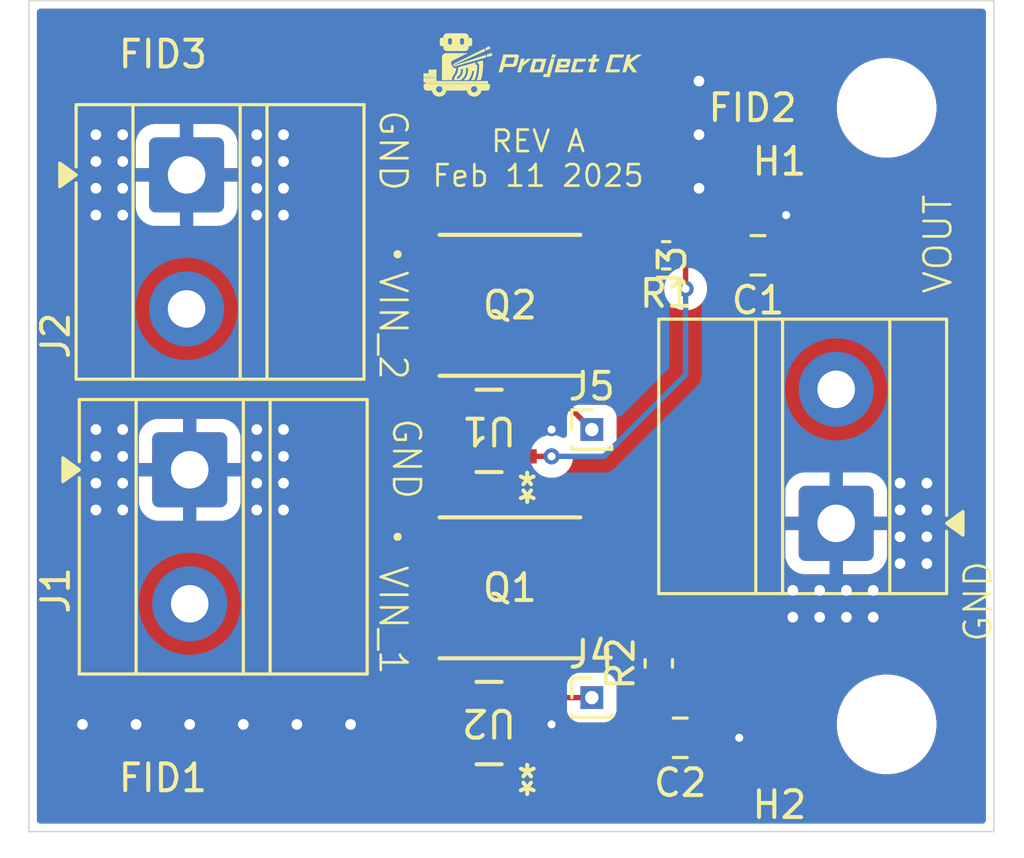
<source format=kicad_pcb>
(kicad_pcb (version 20241229) (generator "pcbnew") (generator_version "9.0")
  (title_block (title "High side or ing power selection") (date "2026-02-11") (rev "A"))
  (layers (0 "F.Cu" signal) (4 "In1.Cu" signal) (6 "In2.Cu" signal) (2 "B.Cu" signal) (13 "F.Paste" user) (15 "B.Paste" user) (5 "F.SilkS" user "F.Silkscreen") (7 "B.SilkS" user "B.Silkscreen") (1 "F.Mask" user) (3 "B.Mask" user) (25 "Edge.Cuts" user))
  (net 0 "")
  (net 1 "GND")
  (net 2 "Net-(J4-Pin_1)")
  (net 3 "Net-(J5-Pin_1)")
  (net 4 "/VIN_1")
  (net 5 "/VIN_2")
  (net 6 "/VOUT")
  (net 7 "/GATE_1")
  (net 8 "/GATE_2")
  (net 9 "Net-(U1-VS)")
  (net 10 "Net-(U2-VS)")
  (footprint "Connector_PinHeader_1.00mm:PinHeader_1x01_P1.00mm_Vertical" (layer "F.Cu") (at 195 83)
    (property "Reference" "J5" (at 0 -1.61 0) (layer "F.SilkS"))
    (property "Value" "Conn_01x01_Pin")
    (pad "1" thru_hole rect (at 0 0) (size 0.85 0.85) (drill 0.5) (layers "*.Cu" "*.Mask") (net 3 "Net-(J5-Pin_1)"))
  )
  (footprint "Capacitor_SMD:C_0603_1608Metric" (layer "F.Cu") (at 197.5 91.725 90)
    (property "Reference" "R2" (at 0 -1.43 90) (layer "F.SilkS"))
    (property "Value" "100Ω")
    (pad "1" smd roundrect (at -0.775 0 90) (size 0.9 0.95) (layers "F.Cu" "F.Mask" "F.Paste") (net 10 "Net-(U2-VS)"))
    (pad "2" smd roundrect (at 0.775 0 90) (size 0.9 0.95) (layers "F.Cu" "F.Mask" "F.Paste") (net 6 "/VOUT"))
  )
  (footprint "Fiducial:Fiducial_0.5mm_Mask1.5mm" (layer "F.Cu") (at 201 69)
    (property "Reference" "FID2" (at 0 2 0) (layer "F.SilkS"))
    (property "Value" "Fiducial")
    (pad "" smd circle (at 0 0) (size 0.5 0.5) (layers "F.Cu" "F.Mask") (clearance 0.6))
  )
  (footprint "TerminalBlock_MetzConnect:TerminalBlock_MetzConnect_Type011_RT05502HBLC_1x02_P5.00mm_Horizontal" (layer "F.Cu") (at 180 84.5 -90)
    (property "Reference" "J1" (at 4.5 5 90) (layer "F.SilkS"))
    (property "Value" "Conn_01x02_Pin")
    (pad "1" thru_hole roundrect (at 0 0 270) (size 2.8 2.8) (drill 1.4) (layers "*.Cu" "*.Mask") (roundrect_rratio 0.089286) (net 1 "GND"))
    (pad "2" thru_hole circle (at 5 0 270) (size 2.8 2.8) (drill 1.4) (layers "*.Cu" "*.Mask") (net 4 "/VIN_1"))
  )
  (footprint "TerminalBlock_MetzConnect:TerminalBlock_MetzConnect_Type011_RT05502HBLC_1x02_P5.00mm_Horizontal" (layer "F.Cu") (at 179.8825 73.5 -90)
    (property "Reference" "J2" (at 6 4.8825 90) (layer "F.SilkS"))
    (property "Value" "Conn_01x02_Pin")
    (pad "1" thru_hole roundrect (at 0 0 270) (size 2.8 2.8) (drill 1.4) (layers "*.Cu" "*.Mask") (roundrect_rratio 0.089286) (net 1 "GND"))
    (pad "2" thru_hole circle (at 5 0 270) (size 2.8 2.8) (drill 1.4) (layers "*.Cu" "*.Mask") (net 5 "/VIN_2"))
  )
  (footprint "Fiducial:Fiducial_0.5mm_Mask1.5mm" (layer "F.Cu") (at 176 69)
    (property "Reference" "FID3" (at 3 0 0) (layer "F.SilkS"))
    (property "Value" "Fiducial")
    (pad "" smd circle (at 0 0) (size 0.5 0.5) (layers "F.Cu" "F.Mask") (clearance 0.6))
  )
  (footprint "MountingHole:MountingHole_3.2mm_M3" (layer "F.Cu") (at 206 94)
    (property "Reference" "H2" (at -4 3 0) (layer "F.SilkS"))
    (property "Value" "MountingHole")
    (pad "" np_thru_hole circle (at 0 0) (size 3.2 3.2) (drill 3.2) (layers "*.Cu" "*.Mask"))
  )
  (footprint "Or ing_footprint:SOP Advance_TOS" (layer "F.Cu") (at 191.9464 88.905)
    (property "Reference" "Q1" (at 0 0 0) (layer "F.SilkS"))
    (property "Value" "TPH2R608NH_L1Q kicad")
    (pad "1" smd rect (at -2.9464 -1.905) (size 1.016 0.4572) (layers "F.Cu" "F.Mask" "F.Paste") (net 4 "/VIN_1"))
    (pad "2" smd rect (at -2.9464 -0.635) (size 1.016 0.4572) (layers "F.Cu" "F.Mask" "F.Paste") (net 4 "/VIN_1"))
    (pad "3" smd rect (at -2.9464 0.635) (size 1.016 0.4572) (layers "F.Cu" "F.Mask" "F.Paste") (net 4 "/VIN_1"))
    (pad "4" smd rect (at -2.9464 1.905) (size 1.016 0.4572) (layers "F.Cu" "F.Mask" "F.Paste") (net 7 "/GATE_1"))
    (pad "5" smd rect (at 2.9464 1.905) (size 1.016 0.4572) (layers "F.Cu" "F.Mask" "F.Paste") (net 6 "/VOUT"))
    (pad "6" smd roundrect (at 0.62375 -0.0175) (size 3.1525 4.035) (layers "F.Cu" "F.Mask" "F.Paste") (roundrect_rratio 0.15) (net 6 "/VOUT"))
    (pad "6" smd rect (at 2.9464 0.635) (size 1.016 0.4572) (layers "F.Cu" "F.Mask" "F.Paste") (net 6 "/VOUT"))
    (pad "7" smd rect (at 2.9464 -0.635) (size 1.016 0.4572) (layers "F.Cu" "F.Mask" "F.Paste") (net 6 "/VOUT"))
    (pad "8" smd rect (at 2.9464 -1.905) (size 1.016 0.4572) (layers "F.Cu" "F.Mask" "F.Paste") (net 6 "/VOUT"))
  )
  (footprint "Capacitor_SMD:C_0805_2012Metric" (layer "F.Cu") (at 198.3 94.5 180)
    (property "Reference" "C2" (at 0 -1.68 0) (layer "F.SilkS"))
    (property "Value" "100nF")
    (pad "1" smd roundrect (at -0.95 0 180) (size 1 1.45) (layers "F.Cu" "F.Mask" "F.Paste") (net 1 "GND"))
    (pad "2" smd roundrect (at 0.95 0 180) (size 1 1.45) (layers "F.Cu" "F.Mask" "F.Paste") (net 10 "Net-(U2-VS)"))
  )
  (footprint "Connector_PinHeader_1.00mm:PinHeader_1x01_P1.00mm_Vertical" (layer "F.Cu") (at 195 93)
    (property "Reference" "J4" (at 0 -1.61 0) (layer "F.SilkS"))
    (property "Value" "Conn_01x01_Pin")
    (pad "1" thru_hole rect (at 0 0) (size 0.85 0.85) (drill 0.5) (layers "*.Cu" "*.Mask") (net 2 "Net-(J4-Pin_1)"))
  )
  (footprint "Or ing_footprint:MK06A" (layer "F.Cu") (at 191.1684 93.950001 180)
    (property "Reference" "U2" (at 0 0 180) (layer "F.SilkS"))
    (property "Value" "LM5050MKX-1/NOPB")
    (fp_text user "*" (at -1.4224 -2.1057 180) (layer "F.SilkS"))
    (fp_text user "*" (at -1.4224 -2.1057 180) (layer "F.SilkS"))
    (pad "1" smd rect (at -1.1684 -0.950001 180) (size 1.2192 0.5334) (layers "F.Cu" "F.Mask" "F.Paste") (net 10 "Net-(U2-VS)"))
    (pad "2" smd rect (at -1.1684 0 180) (size 1.2192 0.5334) (layers "F.Cu" "F.Mask" "F.Paste") (net 1 "GND"))
    (pad "3" smd rect (at -1.1684 0.950001 180) (size 1.2192 0.5334) (layers "F.Cu" "F.Mask" "F.Paste") (net 2 "Net-(J4-Pin_1)"))
    (pad "4" smd rect (at 1.1684 0.950001 180) (size 1.2192 0.5334) (layers "F.Cu" "F.Mask" "F.Paste") (net 4 "/VIN_1"))
    (pad "5" smd rect (at 1.1684 0 180) (size 1.2192 0.5334) (layers "F.Cu" "F.Mask" "F.Paste") (net 7 "/GATE_1"))
    (pad "6" smd rect (at 1.1684 -0.950001 180) (size 1.2192 0.5334) (layers "F.Cu" "F.Mask" "F.Paste") (net 6 "/VOUT"))
  )
  (footprint "Capacitor_SMD:C_0805_2012Metric" (layer "F.Cu") (at 201.2 76.5 180)
    (property "Reference" "C1" (at 0 -1.68 0) (layer "F.SilkS"))
    (property "Value" "100nF")
    (pad "1" smd roundrect (at -0.95 0 180) (size 1 1.45) (layers "F.Cu" "F.Mask" "F.Paste") (net 1 "GND"))
    (pad "2" smd roundrect (at 0.95 0 180) (size 1 1.45) (layers "F.Cu" "F.Mask" "F.Paste") (net 9 "Net-(U1-VS)"))
  )
  (footprint "Fiducial:Fiducial_0.5mm_Mask1.5mm" (layer "F.Cu") (at 176 96)
    (property "Reference" "FID1" (at 3 0 0) (layer "F.SilkS"))
    (property "Value" "Fiducial")
    (pad "" smd circle (at 0 0) (size 0.5 0.5) (layers "F.Cu" "F.Mask") (clearance 0.6))
  )
  (footprint "TerminalBlock_MetzConnect:TerminalBlock_MetzConnect_Type011_RT05502HBLC_1x02_P5.00mm_Horizontal" (layer "F.Cu") (at 204.1175 86.5 90)
    (property "Reference" "J3" (at 9.5 -6.1175 90) (layer "F.SilkS"))
    (property "Value" "Conn_01x02_Pin")
    (pad "1" thru_hole roundrect (at 0 0 90) (size 2.8 2.8) (drill 1.4) (layers "*.Cu" "*.Mask") (roundrect_rratio 0.089286) (net 1 "GND"))
    (pad "2" thru_hole circle (at 5 0 90) (size 2.8 2.8) (drill 1.4) (layers "*.Cu" "*.Mask") (net 6 "/VOUT"))
  )
  (footprint "MountingHole:MountingHole_3.2mm_M3" (layer "F.Cu") (at 206 71)
    (property "Reference" "H1" (at -4 2 0) (layer "F.SilkS"))
    (property "Value" "MountingHole")
    (pad "" np_thru_hole circle (at 0 0) (size 3.2 3.2) (drill 3.2) (layers "*.Cu" "*.Mask"))
  )
  (footprint "Capacitor_SMD:C_0603_1608Metric" (layer "F.Cu") (at 197.775 76.5 180)
    (property "Reference" "R1" (at 0 -1.43 0) (layer "F.SilkS"))
    (property "Value" "100Ω")
    (pad "1" smd roundrect (at -0.775 0 180) (size 0.9 0.95) (layers "F.Cu" "F.Mask" "F.Paste") (net 9 "Net-(U1-VS)"))
    (pad "2" smd roundrect (at 0.775 0 180) (size 0.9 0.95) (layers "F.Cu" "F.Mask" "F.Paste") (net 6 "/VOUT"))
  )
  (footprint "LOGO" (layer "F.Cu") (at 192.7285 68.945364)
    (property "Reference" "G***" (hide yes))
    (property "Value" "LOGO" (hide yes))
  )
  (footprint "Or ing_footprint:SOP Advance_TOS" (layer "F.Cu") (at 191.9464 78.365)
    (property "Reference" "Q2" (at 0 0 0) (layer "F.SilkS"))
    (property "Value" "TPH2R608NH_L1Q kicad")
    (pad "1" smd rect (at -2.9464 -1.905) (size 1.016 0.4572) (layers "F.Cu" "F.Mask" "F.Paste") (net 5 "/VIN_2"))
    (pad "2" smd rect (at -2.9464 -0.635) (size 1.016 0.4572) (layers "F.Cu" "F.Mask" "F.Paste") (net 5 "/VIN_2"))
    (pad "3" smd rect (at -2.9464 0.635) (size 1.016 0.4572) (layers "F.Cu" "F.Mask" "F.Paste") (net 5 "/VIN_2"))
    (pad "4" smd rect (at -2.9464 1.905) (size 1.016 0.4572) (layers "F.Cu" "F.Mask" "F.Paste") (net 8 "/GATE_2"))
    (pad "5" smd rect (at 2.9464 1.905) (size 1.016 0.4572) (layers "F.Cu" "F.Mask" "F.Paste") (net 6 "/VOUT"))
    (pad "6" smd roundrect (at 0.62375 -0.0175) (size 3.1525 4.035) (layers "F.Cu" "F.Mask" "F.Paste") (roundrect_rratio 0.15) (net 6 "/VOUT"))
    (pad "6" smd rect (at 2.9464 0.635) (size 1.016 0.4572) (layers "F.Cu" "F.Mask" "F.Paste") (net 6 "/VOUT"))
    (pad "7" smd rect (at 2.9464 -0.635) (size 1.016 0.4572) (layers "F.Cu" "F.Mask" "F.Paste") (net 6 "/VOUT"))
    (pad "8" smd rect (at 2.9464 -1.905) (size 1.016 0.4572) (layers "F.Cu" "F.Mask" "F.Paste") (net 6 "/VOUT"))
  )
  (footprint "Or ing_footprint:MK06A" (layer "F.Cu") (at 191.1684 83.049999 180)
    (property "Reference" "U1" (at 0 0 180) (layer "F.SilkS"))
    (property "Value" "LM5050MKX-1/NOPB")
    (fp_text user "*" (at -1.4224 -2.1057 180) (layer "F.SilkS"))
    (fp_text user "*" (at -1.4224 -2.1057 180) (layer "F.SilkS"))
    (pad "1" smd rect (at -1.1684 -0.950001 180) (size 1.2192 0.5334) (layers "F.Cu" "F.Mask" "F.Paste") (net 9 "Net-(U1-VS)"))
    (pad "2" smd rect (at -1.1684 0 180) (size 1.2192 0.5334) (layers "F.Cu" "F.Mask" "F.Paste") (net 1 "GND"))
    (pad "3" smd rect (at -1.1684 0.950001 180) (size 1.2192 0.5334) (layers "F.Cu" "F.Mask" "F.Paste") (net 3 "Net-(J5-Pin_1)"))
    (pad "4" smd rect (at 1.1684 0.950001 180) (size 1.2192 0.5334) (layers "F.Cu" "F.Mask" "F.Paste") (net 5 "/VIN_2"))
    (pad "5" smd rect (at 1.1684 0 180) (size 1.2192 0.5334) (layers "F.Cu" "F.Mask" "F.Paste") (net 8 "/GATE_2"))
    (pad "6" smd rect (at 1.1684 -0.950001 180) (size 1.2192 0.5334) (layers "F.Cu" "F.Mask" "F.Paste") (net 6 "/VOUT"))
  )
  (gr_line (start 174 98) (end 174 67) (stroke (width 0.05)) (layer "Edge.Cuts"))
  (gr_line (start 210 67) (end 210 98) (stroke (width 0.05)) (layer "Edge.Cuts"))
  (gr_line (start 210 98) (end 174 98) (stroke (width 0.05)) (layer "Edge.Cuts"))
  (gr_line (start 174 67) (end 210 67) (stroke (width 0.05)) (layer "Edge.Cuts"))
  (gr_text "GND" (at 187 71 270) (layer "F.SilkS") (effects (font (size 1 1) (thickness 0.1)) (justify left bottom)))
  (gr_text "VOUT" (at 208.5 78 90) (layer "F.SilkS") (effects (font (size 1 1) (thickness 0.1)) (justify left bottom)))
  (gr_text "VIN_2" (at 187 77 270) (layer "F.SilkS") (effects (font (size 1 1) (thickness 0.1)) (justify left bottom)))
  (gr_text "VIN_1" (at 187 88 270) (layer "F.SilkS") (effects (font (size 1 1) (thickness 0.1)) (justify left bottom)))
  (gr_text "GND" (at 210 91 90) (layer "F.SilkS") (effects (font (size 1 1) (thickness 0.1)) (justify left bottom)))
  (gr_text "GND" (at 187.5 82.5 270) (layer "F.SilkS") (effects (font (size 1 1) (thickness 0.1)) (justify left bottom)))
  (gr_text "REV A\nFeb 11 2025" (at 193 74 0) (layer "F.SilkS") (effects (font (size 0.8 0.8) (thickness 0.1)) (justify bottom)))
  (segment (start 192.3368 83.049999) (end 193.450001 83.049999) (width 0.2) (layer "F.Cu") (net 1))
  (segment (start 202.25 76.4) (end 202.15 76.5) (width 0.2) (layer "F.Cu") (net 1))
  (segment (start 193.450001 83.049999) (end 193.5 83) (width 0.2) (layer "F.Cu") (net 1))
  (segment (start 193.450001 93.950001) (end 193.5 94) (width 0.2) (layer "F.Cu") (net 1))
  (segment (start 192.3368 93.950001) (end 193.450001 93.950001) (width 0.2) (layer "F.Cu") (net 1))
  (segment (start 199.25 94.5) (end 200.5 94.5) (width 0.2) (layer "F.Cu") (net 1))
  (segment (start 202.25 75) (end 202.25 76.4) (width 0.2) (layer "F.Cu") (net 1))
  (via (at 177.5 85) (size 0.8) (drill 0.4) (layers "F.Cu" "B.Cu") (net 1))
  (via (at 177.5 86) (size 0.8) (drill 0.4) (layers "F.Cu" "B.Cu") (net 1))
  (via (at 176.5 73) (size 0.8) (drill 0.4) (layers "F.Cu" "B.Cu") (net 1))
  (via (at 183.5 72) (size 0.8) (drill 0.4) (layers "F.Cu" "B.Cu") (net 1))
  (via (at 205.5 90) (size 0.8) (drill 0.4) (layers "F.Cu" "B.Cu") (net 1))
  (via (at 206.5 88) (size 0.8) (drill 0.4) (layers "F.Cu" "B.Cu") (net 1))
  (via (at 177.5 74) (size 0.8) (drill 0.4) (layers "F.Cu" "B.Cu") (net 1))
  (via (at 176.5 84) (size 0.8) (drill 0.4) (layers "F.Cu" "B.Cu") (net 1))
  (via (at 177.5 84) (size 0.8) (drill 0.4) (layers "F.Cu" "B.Cu") (net 1))
  (via (at 202.5 89) (size 0.8) (drill 0.4) (layers "F.Cu" "B.Cu") (net 1))
  (via (at 204.5 90) (size 0.8) (drill 0.4) (layers "F.Cu" "B.Cu") (net 1))
  (via (at 206.5 85) (size 0.8) (drill 0.4) (layers "F.Cu" "B.Cu") (net 1))
  (via (at 184 94) (size 0.8) (drill 0.4) (layers "F.Cu" "B.Cu") (net 1))
  (via (at 183.5 75) (size 0.8) (drill 0.4) (layers "F.Cu" "B.Cu") (net 1))
  (via (at 183.5 84) (size 0.8) (drill 0.4) (layers "F.Cu" "B.Cu") (net 1))
  (via (at 176.5 72) (size 0.8) (drill 0.4) (layers "F.Cu" "B.Cu") (net 1))
  (via (at 193.5 94) (size 0.5) (drill 0.3) (layers "F.Cu" "B.Cu") (net 1))
  (via (at 183.5 73) (size 0.8) (drill 0.4) (layers "F.Cu" "B.Cu") (net 1))
  (via (at 182.5 72) (size 0.8) (drill 0.4) (layers "F.Cu" "B.Cu") (net 1))
  (via (at 206.5 86) (size 0.8) (drill 0.4) (layers "F.Cu" "B.Cu") (net 1))
  (via (at 206.5 87) (size 0.8) (drill 0.4) (layers "F.Cu" "B.Cu") (net 1))
  (via (at 203.5 89) (size 0.8) (drill 0.4) (layers "F.Cu" "B.Cu") (net 1))
  (via (at 176.5 85) (size 0.8) (drill 0.4) (layers "F.Cu" "B.Cu") (net 1))
  (via (at 199 70) (size 0.8) (drill 0.4) (layers "F.Cu" "B.Cu") (net 1))
  (via (at 183.5 83) (size 0.8) (drill 0.4) (layers "F.Cu" "B.Cu") (net 1))
  (via (at 199 74) (size 0.8) (drill 0.4) (layers "F.Cu" "B.Cu") (net 1))
  (via (at 207.5 87) (size 0.8) (drill 0.4) (layers "F.Cu" "B.Cu") (net 1))
  (via (at 176.5 83) (size 0.8) (drill 0.4) (layers "F.Cu" "B.Cu") (net 1))
  (via (at 177.5 75) (size 0.8) (drill 0.4) (layers "F.Cu" "B.Cu") (net 1))
  (via (at 183.5 74) (size 0.8) (drill 0.4) (layers "F.Cu" "B.Cu") (net 1))
  (via (at 176.5 75) (size 0.8) (drill 0.4) (layers "F.Cu" "B.Cu") (net 1))
  (via (at 202.5 90) (size 0.8) (drill 0.4) (layers "F.Cu" "B.Cu") (net 1))
  (via (at 205.5 89) (size 0.8) (drill 0.4) (layers "F.Cu" "B.Cu") (net 1))
  (via (at 200.5 94.5) (size 0.6) (drill 0.3) (layers "F.Cu" "B.Cu") (net 1))
  (via (at 193.5 83) (size 0.5) (drill 0.3) (layers "F.Cu" "B.Cu") (net 1))
  (via (at 180 94) (size 0.8) (drill 0.4) (layers "F.Cu" "B.Cu") (net 1))
  (via (at 176.5 86) (size 0.8) (drill 0.4) (layers "F.Cu" "B.Cu") (net 1))
  (via (at 207.5 88) (size 0.8) (drill 0.4) (layers "F.Cu" "B.Cu") (net 1))
  (via (at 182.5 75) (size 0.8) (drill 0.4) (layers "F.Cu" "B.Cu") (net 1))
  (via (at 183.5 85) (size 0.8) (drill 0.4) (layers "F.Cu" "B.Cu") (net 1))
  (via (at 177.5 72) (size 0.8) (drill 0.4) (layers "F.Cu" "B.Cu") (net 1))
  (via (at 207.5 85) (size 0.8) (drill 0.4) (layers "F.Cu" "B.Cu") (net 1))
  (via (at 177.5 73) (size 0.8) (drill 0.4) (layers "F.Cu" "B.Cu") (net 1))
  (via (at 177.5 83) (size 0.8) (drill 0.4) (layers "F.Cu" "B.Cu") (net 1))
  (via (at 182.5 83) (size 0.8) (drill 0.4) (layers "F.Cu" "B.Cu") (net 1))
  (via (at 203.5 90) (size 0.8) (drill 0.4) (layers "F.Cu" "B.Cu") (net 1))
  (via (at 176.5 74) (size 0.8) (drill 0.4) (layers "F.Cu" "B.Cu") (net 1))
  (via (at 182.5 85) (size 0.8) (drill 0.4) (layers "F.Cu" "B.Cu") (net 1))
  (via (at 178 94) (size 0.8) (drill 0.4) (layers "F.Cu" "B.Cu") (net 1))
  (via (at 182.5 73) (size 0.8) (drill 0.4) (layers "F.Cu" "B.Cu") (net 1))
  (via (at 182.5 84) (size 0.8) (drill 0.4) (layers "F.Cu" "B.Cu") (net 1))
  (via (at 186 94) (size 0.8) (drill 0.4) (layers "F.Cu" "B.Cu") (net 1))
  (via (at 182.5 74) (size 0.8) (drill 0.4) (layers "F.Cu" "B.Cu") (net 1))
  (via (at 176 94) (size 0.8) (drill 0.4) (layers "F.Cu" "B.Cu") (net 1))
  (via (at 183.5 86) (size 0.8) (drill 0.4) (layers "F.Cu" "B.Cu") (net 1))
  (via (at 207.5 86) (size 0.8) (drill 0.4) (layers "F.Cu" "B.Cu") (net 1))
  (via (at 204.5 89) (size 0.8) (drill 0.4) (layers "F.Cu" "B.Cu") (net 1))
  (via (at 182.5 86) (size 0.8) (drill 0.4) (layers "F.Cu" "B.Cu") (net 1))
  (via (at 199 72) (size 0.8) (drill 0.4) (layers "F.Cu" "B.Cu") (net 1))
  (via (at 182 94) (size 0.8) (drill 0.4) (layers "F.Cu" "B.Cu") (net 1))
  (via (at 202.25 75) (size 0.6) (drill 0.3) (layers "F.Cu" "B.Cu") (net 1))
  (segment (start 192.3368 93) (end 195 93) (width 0.2) (layer "F.Cu") (net 2))
  (segment (start 194.099998 82.099998) (end 195 83) (width 0.2) (layer "F.Cu") (net 3))
  (segment (start 192.3368 82.099998) (end 194.099998 82.099998) (width 0.2) (layer "F.Cu") (net 3))
  (segment (start 190 93) (end 190 90.54) (width 0.2) (layer "F.Cu") (net 4))
  (segment (start 190 90.54) (end 189 89.54) (width 0.2) (layer "F.Cu") (net 4))
  (segment (start 190 82.099998) (end 190 80) (width 0.2) (layer "F.Cu") (net 5))
  (segment (start 190 80) (end 189 79) (width 0.2) (layer "F.Cu") (net 5))
  (segment (start 190.8096 94.900002) (end 191.4262 94.283402) (width 0.2) (layer "F.Cu") (net 6))
  (segment (start 190 94.900002) (end 190.8096 94.900002) (width 0.2) (layer "F.Cu") (net 6))
  (segment (start 190 86.31735) (end 192.57015 88.8875) (width 0.2) (layer "F.Cu") (net 6))
  (segment (start 191.4262 90.03145) (end 192.57015 88.8875) (width 0.2) (layer "F.Cu") (net 6))
  (segment (start 190 84) (end 190 86.31735) (width 0.2) (layer "F.Cu") (net 6))
  (segment (start 191.4262 94.283402) (end 191.4262 90.03145) (width 0.2) (layer "F.Cu") (net 6))
  (segment (start 189 93.759601) (end 189.1904 93.950001) (width 0.2) (layer "F.Cu") (net 7))
  (segment (start 189.1904 93.950001) (end 190 93.950001) (width 0.2) (layer "F.Cu") (net 7))
  (segment (start 189 90.81) (end 189 93.759601) (width 0.2) (layer "F.Cu") (net 7))
  (segment (start 189.1904 83.049999) (end 190 83.049999) (width 0.2) (layer "F.Cu") (net 8))
  (segment (start 189 82.859599) (end 189.1904 83.049999) (width 0.2) (layer "F.Cu") (net 8))
  (segment (start 189 80.27) (end 189 82.859599) (width 0.2) (layer "F.Cu") (net 8))
  (segment (start 198.5 76.55) (end 198.55 76.5) (width 0.2) (layer "F.Cu") (net 9))
  (segment (start 198.5 77.75) (end 198.5 76.55) (width 0.2) (layer "F.Cu") (net 9))
  (segment (start 198.55 76.5) (end 200.25 76.5) (width 0.2) (layer "F.Cu") (net 9))
  (segment (start 192.3368 84) (end 193.5 84) (width 0.2) (layer "F.Cu") (net 9))
  (via (at 198.5 77.75) (size 0.6) (drill 0.3) (layers "F.Cu" "B.Cu") (net 9))
  (via (at 193.5 84) (size 0.6) (drill 0.3) (layers "F.Cu" "B.Cu") (net 9))
  (segment (start 198.5 80.952) (end 198.5 77.75) (width 0.2) (layer "B.Cu") (net 9))
  (segment (start 195.452 84) (end 198.5 80.952) (width 0.2) (layer "B.Cu") (net 9))
  (segment (start 193.5 84) (end 195.452 84) (width 0.2) (layer "B.Cu") (net 9))
  (segment (start 196.548998 95.301002) (end 197.35 94.5) (width 0.2) (layer "F.Cu") (net 10))
  (segment (start 192.3368 94.900002) (end 192.7378 95.301002) (width 0.2) (layer "F.Cu") (net 10))
  (segment (start 197.5 92.5) (end 197.5 94.35) (width 0.2) (layer "F.Cu") (net 10))
  (segment (start 197.5 94.35) (end 197.35 94.5) (width 0.2) (layer "F.Cu") (net 10))
  (segment (start 192.7378 95.301002) (end 196.548998 95.301002) (width 0.2) (layer "F.Cu") (net 10))
  (zone (net 6) (net_name "/VOUT") (layer "F.Cu") (priority 2) (connect_pads yes (clearance 0.5)) (min_thickness 0.25) (fill yes (thermal_gap 0.5) (thermal_bridge_width 0.5))
    (polygon (pts (xy 190.5 75.5) (xy 190.5 91.5) (xy 200.5 91.5) (xy 200.5 84) (xy 206.5 84) (xy 206.5 75.5)))
  )
  (zone (net 4) (net_name "/VIN_1") (layer "F.Cu") (priority 1) (connect_pads yes (clearance 0.5)) (min_thickness 0.25) (fill yes (thermal_gap 0.5) (thermal_bridge_width 0.5))
    (polygon (pts (xy 177.5 86.5) (xy 190 86.5) (xy 190 90.5) (xy 188 90.5) (xy 186.5 92) (xy 177.5 92)))
  )
  (zone (net 5) (net_name "/VIN_2") (layer "F.Cu") (priority 1) (connect_pads yes (clearance 0.5)) (min_thickness 0.25) (fill yes (thermal_gap 0.5) (thermal_bridge_width 0.5))
    (polygon (pts (xy 177.5 75.5) (xy 190 75.5) (xy 190 79.5) (xy 188 79.5) (xy 186.5 81) (xy 177.5 81)))
  )
  (zone (net 1) (net_name "GND") (layers "F.Cu" "B.Cu" "In1.Cu" "In2.Cu") (connect_pads (clearance 0.5)) (min_thickness 0.25) (fill yes (thermal_gap 0.5) (thermal_bridge_width 0.5))
    (polygon (pts (xy 174 67) (xy 174 98) (xy 210 98) (xy 210 67)))
  )
)
</source>
